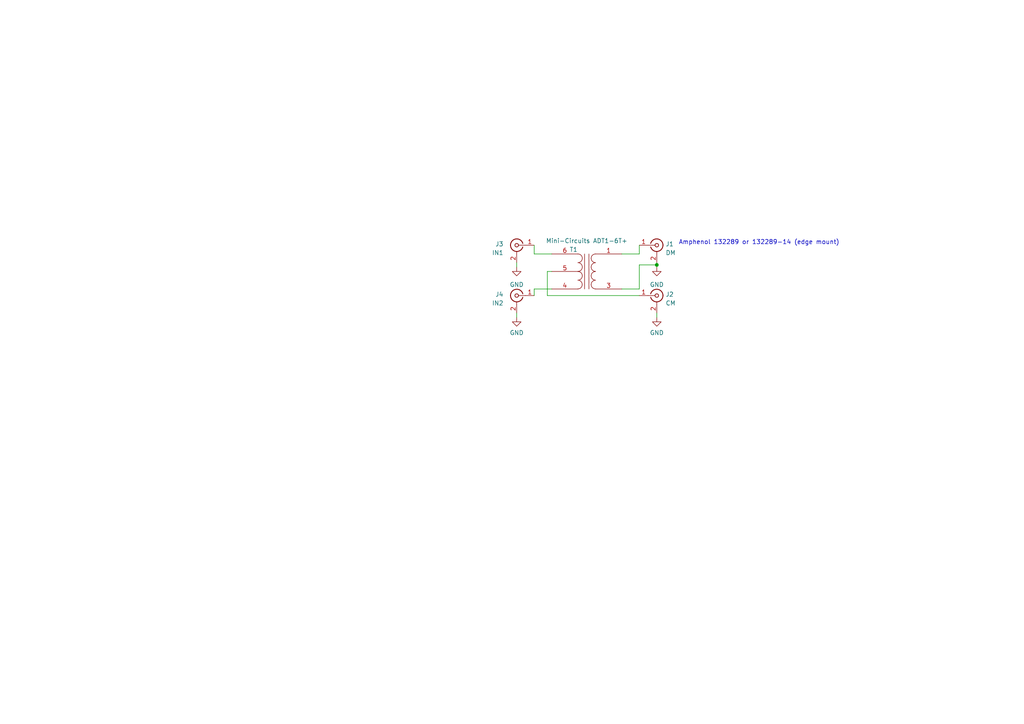
<source format=kicad_sch>
(kicad_sch (version 20230121) (generator eeschema)

  (uuid 1aa8b091-fd7a-4ad4-a996-ee11c4fc79d1)

  (paper "A4")

  (title_block
    (title "LISN-Mate")
    (date "2023-03-20")
  )

  (lib_symbols
    (symbol "Connector:Conn_Coaxial" (pin_names (offset 1.016) hide) (in_bom yes) (on_board yes)
      (property "Reference" "J" (at 0.254 3.048 0)
        (effects (font (size 1.27 1.27)))
      )
      (property "Value" "Conn_Coaxial" (at 2.921 0 90)
        (effects (font (size 1.27 1.27)))
      )
      (property "Footprint" "" (at 0 0 0)
        (effects (font (size 1.27 1.27)) hide)
      )
      (property "Datasheet" " ~" (at 0 0 0)
        (effects (font (size 1.27 1.27)) hide)
      )
      (property "ki_keywords" "BNC SMA SMB SMC LEMO coaxial connector CINCH RCA" (at 0 0 0)
        (effects (font (size 1.27 1.27)) hide)
      )
      (property "ki_description" "coaxial connector (BNC, SMA, SMB, SMC, Cinch/RCA, LEMO, ...)" (at 0 0 0)
        (effects (font (size 1.27 1.27)) hide)
      )
      (property "ki_fp_filters" "*BNC* *SMA* *SMB* *SMC* *Cinch* *LEMO*" (at 0 0 0)
        (effects (font (size 1.27 1.27)) hide)
      )
      (symbol "Conn_Coaxial_0_1"
        (arc (start -1.778 -0.508) (mid 0.2311 -1.8066) (end 1.778 0)
          (stroke (width 0.254) (type default))
          (fill (type none))
        )
        (polyline
          (pts
            (xy -2.54 0)
            (xy -0.508 0)
          )
          (stroke (width 0) (type default))
          (fill (type none))
        )
        (polyline
          (pts
            (xy 0 -2.54)
            (xy 0 -1.778)
          )
          (stroke (width 0) (type default))
          (fill (type none))
        )
        (circle (center 0 0) (radius 0.508)
          (stroke (width 0.2032) (type default))
          (fill (type none))
        )
        (arc (start 1.778 0) (mid 0.2099 1.8101) (end -1.778 0.508)
          (stroke (width 0.254) (type default))
          (fill (type none))
        )
      )
      (symbol "Conn_Coaxial_1_1"
        (pin passive line (at -5.08 0 0) (length 2.54)
          (name "In" (effects (font (size 1.27 1.27))))
          (number "1" (effects (font (size 1.27 1.27))))
        )
        (pin passive line (at 0 -5.08 90) (length 2.54)
          (name "Ext" (effects (font (size 1.27 1.27))))
          (number "2" (effects (font (size 1.27 1.27))))
        )
      )
    )
    (symbol "Device:Transformer_1P_SS" (pin_names (offset 1.016) hide) (in_bom yes) (on_board yes)
      (property "Reference" "T1" (at 3.81 6.35 0)
        (effects (font (size 1.27 1.27)))
      )
      (property "Value" "Transformer_1P_SS" (at 0 8.89 0)
        (effects (font (size 1.27 1.27)))
      )
      (property "Footprint" "" (at 0 0 0)
        (effects (font (size 1.27 1.27)) hide)
      )
      (property "Datasheet" "~" (at 0 0 0)
        (effects (font (size 1.27 1.27)) hide)
      )
      (property "ki_keywords" "transformer coil magnet" (at 0 0 0)
        (effects (font (size 1.27 1.27)) hide)
      )
      (property "ki_description" "Transformer, single primary, split secondary" (at 0 0 0)
        (effects (font (size 1.27 1.27)) hide)
      )
      (symbol "Transformer_1P_SS_0_1"
        (arc (start -2.54 -5.0546) (mid -1.6599 -4.6901) (end -1.27 -3.81)
          (stroke (width 0) (type default))
          (fill (type none))
        )
        (arc (start -2.54 -2.5146) (mid -1.6599 -2.1501) (end -1.27 -1.27)
          (stroke (width 0) (type default))
          (fill (type none))
        )
        (arc (start -2.54 0.0254) (mid -1.6599 0.3899) (end -1.27 1.27)
          (stroke (width 0) (type default))
          (fill (type none))
        )
        (arc (start -2.54 2.5654) (mid -1.6599 2.9299) (end -1.27 3.81)
          (stroke (width 0) (type default))
          (fill (type none))
        )
        (arc (start -1.27 -3.81) (mid -1.642 -2.912) (end -2.54 -2.54)
          (stroke (width 0) (type default))
          (fill (type none))
        )
        (arc (start -1.27 -1.27) (mid -1.642 -0.372) (end -2.54 0)
          (stroke (width 0) (type default))
          (fill (type none))
        )
        (arc (start -1.27 1.27) (mid -1.642 2.168) (end -2.54 2.54)
          (stroke (width 0) (type default))
          (fill (type none))
        )
        (arc (start -1.27 3.81) (mid -1.642 4.708) (end -2.54 5.08)
          (stroke (width 0) (type default))
          (fill (type none))
        )
        (polyline
          (pts
            (xy -0.635 5.08)
            (xy -0.635 -5.08)
          )
          (stroke (width 0) (type default))
          (fill (type none))
        )
        (polyline
          (pts
            (xy 0.635 -5.08)
            (xy 0.635 5.08)
          )
          (stroke (width 0) (type default))
          (fill (type none))
        )
        (arc (start 1.2954 -1.27) (mid 1.6599 -2.1501) (end 2.54 -2.5146)
          (stroke (width 0) (type default))
          (fill (type none))
        )
        (arc (start 1.2954 1.27) (mid 1.6599 0.3899) (end 2.54 0.0254)
          (stroke (width 0) (type default))
          (fill (type none))
        )
        (arc (start 1.2954 3.81) (mid 1.6599 2.9299) (end 2.54 2.5654)
          (stroke (width 0) (type default))
          (fill (type none))
        )
        (arc (start 1.3208 -3.81) (mid 1.6853 -4.6901) (end 2.5654 -5.0546)
          (stroke (width 0) (type default))
          (fill (type none))
        )
        (arc (start 2.54 0) (mid 1.642 -0.372) (end 1.2954 -1.27)
          (stroke (width 0) (type default))
          (fill (type none))
        )
        (arc (start 2.54 2.54) (mid 1.642 2.168) (end 1.2954 1.27)
          (stroke (width 0) (type default))
          (fill (type none))
        )
        (arc (start 2.54 5.08) (mid 1.642 4.708) (end 1.2954 3.81)
          (stroke (width 0) (type default))
          (fill (type none))
        )
        (arc (start 2.5654 -2.54) (mid 1.6674 -2.912) (end 1.3208 -3.81)
          (stroke (width 0) (type default))
          (fill (type none))
        )
      )
      (symbol "Transformer_1P_SS_1_1"
        (pin passive line (at -10.16 5.08 0) (length 7.62)
          (name "AA" (effects (font (size 1.27 1.27))))
          (number "1" (effects (font (size 1.27 1.27))))
        )
        (pin passive line (at -10.16 -5.08 0) (length 7.62)
          (name "AB" (effects (font (size 1.27 1.27))))
          (number "3" (effects (font (size 1.27 1.27))))
        )
        (pin passive line (at 10.16 -5.08 180) (length 7.62)
          (name "SA" (effects (font (size 1.27 1.27))))
          (number "4" (effects (font (size 1.27 1.27))))
        )
        (pin passive line (at 10.16 0 180) (length 7.62)
          (name "SC" (effects (font (size 1.27 1.27))))
          (number "5" (effects (font (size 1.27 1.27))))
        )
        (pin passive line (at 10.16 5.08 180) (length 7.62)
          (name "SB" (effects (font (size 1.27 1.27))))
          (number "6" (effects (font (size 1.27 1.27))))
        )
      )
    )
    (symbol "power:GND" (power) (pin_names (offset 0)) (in_bom yes) (on_board yes)
      (property "Reference" "#PWR" (at 0 -6.35 0)
        (effects (font (size 1.27 1.27)) hide)
      )
      (property "Value" "GND" (at 0 -3.81 0)
        (effects (font (size 1.27 1.27)))
      )
      (property "Footprint" "" (at 0 0 0)
        (effects (font (size 1.27 1.27)) hide)
      )
      (property "Datasheet" "" (at 0 0 0)
        (effects (font (size 1.27 1.27)) hide)
      )
      (property "ki_keywords" "global power" (at 0 0 0)
        (effects (font (size 1.27 1.27)) hide)
      )
      (property "ki_description" "Power symbol creates a global label with name \"GND\" , ground" (at 0 0 0)
        (effects (font (size 1.27 1.27)) hide)
      )
      (symbol "GND_0_1"
        (polyline
          (pts
            (xy 0 0)
            (xy 0 -1.27)
            (xy 1.27 -1.27)
            (xy 0 -2.54)
            (xy -1.27 -1.27)
            (xy 0 -1.27)
          )
          (stroke (width 0) (type default))
          (fill (type none))
        )
      )
      (symbol "GND_1_1"
        (pin power_in line (at 0 0 270) (length 0) hide
          (name "GND" (effects (font (size 1.27 1.27))))
          (number "1" (effects (font (size 1.27 1.27))))
        )
      )
    )
  )

  (junction (at 190.5 76.835) (diameter 0) (color 0 0 0 0)
    (uuid 22f33545-3b53-4747-8163-a3fe3e706db9)
  )

  (wire (pts (xy 160.02 78.74) (xy 158.75 78.74))
    (stroke (width 0) (type default))
    (uuid 0f7961fb-372c-4290-9098-6e4ef163fc9c)
  )
  (wire (pts (xy 154.94 83.82) (xy 154.94 85.725))
    (stroke (width 0) (type default))
    (uuid 1db70119-114d-4286-8021-0908e1e15780)
  )
  (wire (pts (xy 149.86 90.805) (xy 149.86 92.075))
    (stroke (width 0) (type default))
    (uuid 2785bf2d-efb7-4ba6-8e7f-adb6d647edfc)
  )
  (wire (pts (xy 190.5 76.835) (xy 185.42 76.835))
    (stroke (width 0) (type default))
    (uuid 38515813-2cf7-496e-8192-07f3db009841)
  )
  (wire (pts (xy 185.42 83.82) (xy 180.34 83.82))
    (stroke (width 0) (type default))
    (uuid 38c91d7e-91a1-4908-b22f-deda7d13ef4f)
  )
  (wire (pts (xy 190.5 76.835) (xy 190.5 77.47))
    (stroke (width 0) (type default))
    (uuid 45e69098-19e3-47c9-9426-9914ddd35abf)
  )
  (wire (pts (xy 190.5 76.2) (xy 190.5 76.835))
    (stroke (width 0) (type default))
    (uuid 62479059-6eee-4b47-baae-1ee9b485b003)
  )
  (wire (pts (xy 149.86 76.2) (xy 149.86 77.47))
    (stroke (width 0) (type default))
    (uuid 695a1da6-fbf7-42aa-be47-11397c564b4c)
  )
  (wire (pts (xy 158.75 85.725) (xy 185.42 85.725))
    (stroke (width 0) (type default))
    (uuid 6cbb707e-46d2-4b1c-ba50-264d977990ad)
  )
  (wire (pts (xy 185.42 73.66) (xy 180.34 73.66))
    (stroke (width 0) (type default))
    (uuid 8abb010e-8092-4cd2-8654-d562bcff12d5)
  )
  (wire (pts (xy 190.5 90.805) (xy 190.5 92.075))
    (stroke (width 0) (type default))
    (uuid 8dc78a63-b5ed-43d5-a185-b87fcaf3af4a)
  )
  (wire (pts (xy 158.75 78.74) (xy 158.75 85.725))
    (stroke (width 0) (type default))
    (uuid 93d67f9a-0177-4580-a66f-02e13164987e)
  )
  (wire (pts (xy 154.94 83.82) (xy 160.02 83.82))
    (stroke (width 0) (type default))
    (uuid a4880334-7273-4a67-8e56-9a0450b17d81)
  )
  (wire (pts (xy 154.94 73.66) (xy 160.02 73.66))
    (stroke (width 0) (type default))
    (uuid a91c6fa7-36bc-44a1-8d7d-787cbdba5520)
  )
  (wire (pts (xy 185.42 71.12) (xy 185.42 73.66))
    (stroke (width 0) (type default))
    (uuid a9fb95ce-43f9-4890-81c1-d44a34e79e46)
  )
  (wire (pts (xy 154.94 71.12) (xy 154.94 73.66))
    (stroke (width 0) (type default))
    (uuid b00da9f3-95c9-4214-98de-b34663d60251)
  )
  (wire (pts (xy 185.42 76.835) (xy 185.42 83.82))
    (stroke (width 0) (type default))
    (uuid d791f520-c38c-4575-a784-3dc89f867cd4)
  )

  (text "Amphenol 132289 or 132289-14 (edge mount)" (at 196.85 71.12 0)
    (effects (font (size 1.27 1.27)) (justify left bottom))
    (uuid 2fb5a771-7639-4f26-ac7e-a0893e85608d)
  )

  (symbol (lib_id "power:GND") (at 190.5 77.47 0) (unit 1)
    (in_bom yes) (on_board yes) (dnp no) (fields_autoplaced)
    (uuid 08ef5b2d-c4f4-4cf6-bed0-b024f49f54fa)
    (property "Reference" "#PWR03" (at 190.5 83.82 0)
      (effects (font (size 1.27 1.27)) hide)
    )
    (property "Value" "GND" (at 190.5 82.55 0)
      (effects (font (size 1.27 1.27)))
    )
    (property "Footprint" "" (at 190.5 77.47 0)
      (effects (font (size 1.27 1.27)) hide)
    )
    (property "Datasheet" "" (at 190.5 77.47 0)
      (effects (font (size 1.27 1.27)) hide)
    )
    (pin "1" (uuid 209e3cc8-9b2f-4a99-9c3c-feed9d2ad336))
    (instances
      (project "lisn-mate"
        (path "/1aa8b091-fd7a-4ad4-a996-ee11c4fc79d1"
          (reference "#PWR03") (unit 1)
        )
      )
    )
  )

  (symbol (lib_id "power:GND") (at 190.5 92.075 0) (unit 1)
    (in_bom yes) (on_board yes) (dnp no) (fields_autoplaced)
    (uuid 0cb32d22-dc80-4600-9b84-b35d4f5783e3)
    (property "Reference" "#PWR04" (at 190.5 98.425 0)
      (effects (font (size 1.27 1.27)) hide)
    )
    (property "Value" "GND" (at 190.5 96.52 0)
      (effects (font (size 1.27 1.27)))
    )
    (property "Footprint" "" (at 190.5 92.075 0)
      (effects (font (size 1.27 1.27)) hide)
    )
    (property "Datasheet" "" (at 190.5 92.075 0)
      (effects (font (size 1.27 1.27)) hide)
    )
    (pin "1" (uuid 198b606a-691d-4e3f-a1c3-547cd481ef94))
    (instances
      (project "lisn-mate"
        (path "/1aa8b091-fd7a-4ad4-a996-ee11c4fc79d1"
          (reference "#PWR04") (unit 1)
        )
      )
    )
  )

  (symbol (lib_id "Connector:Conn_Coaxial") (at 190.5 85.725 0) (unit 1)
    (in_bom yes) (on_board yes) (dnp no) (fields_autoplaced)
    (uuid 10baf6b2-57db-4caa-9adf-63e5a858f27c)
    (property "Reference" "J2" (at 193.04 85.3832 0)
      (effects (font (size 1.27 1.27)) (justify left))
    )
    (property "Value" "CM" (at 193.04 87.9232 0)
      (effects (font (size 1.27 1.27)) (justify left))
    )
    (property "Footprint" "Connector_Coaxial:SMA_Amphenol_132289_EdgeMount" (at 190.5 85.725 0)
      (effects (font (size 1.27 1.27)) hide)
    )
    (property "Datasheet" " ~" (at 190.5 85.725 0)
      (effects (font (size 1.27 1.27)) hide)
    )
    (pin "1" (uuid a9d1c309-fe7e-450e-ad5a-d7301d55477f))
    (pin "2" (uuid 95451ef9-2791-4d64-af68-d513182b604b))
    (instances
      (project "lisn-mate"
        (path "/1aa8b091-fd7a-4ad4-a996-ee11c4fc79d1"
          (reference "J2") (unit 1)
        )
      )
    )
  )

  (symbol (lib_id "Device:Transformer_1P_SS") (at 170.18 78.74 0) (mirror y) (unit 1)
    (in_bom yes) (on_board yes) (dnp no)
    (uuid 172b5ba8-5eec-4cfe-b4be-8bdacf795588)
    (property "Reference" "T1" (at 166.37 72.39 0)
      (effects (font (size 1.27 1.27)))
    )
    (property "Value" "Mini-Circuits ADT1-6T+" (at 170.18 69.85 0)
      (effects (font (size 1.27 1.27)))
    )
    (property "Footprint" "visualplace:SOP6" (at 170.18 78.74 0)
      (effects (font (size 1.27 1.27)) hide)
    )
    (property "Datasheet" "~" (at 170.18 78.74 0)
      (effects (font (size 1.27 1.27)) hide)
    )
    (pin "1" (uuid b9530f04-68f2-4069-8967-19c9bb950f15))
    (pin "3" (uuid 4d799da5-d785-4b28-a2f2-af30d2797852))
    (pin "4" (uuid 76f0a752-dc71-49d4-b1fc-4773271fc612))
    (pin "5" (uuid 737ba5bc-f5d1-4f49-8390-5d7b383d60b0))
    (pin "6" (uuid 47b50ccf-ea6e-4771-8550-c88621943399))
    (instances
      (project "lisn-mate"
        (path "/1aa8b091-fd7a-4ad4-a996-ee11c4fc79d1"
          (reference "T1") (unit 1)
        )
      )
    )
  )

  (symbol (lib_id "Connector:Conn_Coaxial") (at 149.86 71.12 0) (mirror y) (unit 1)
    (in_bom yes) (on_board yes) (dnp no)
    (uuid 4ee480b1-9f3e-4c9e-9756-7284d23b44c1)
    (property "Reference" "J3" (at 146.05 70.7782 0)
      (effects (font (size 1.27 1.27)) (justify left))
    )
    (property "Value" "IN1" (at 146.05 73.3182 0)
      (effects (font (size 1.27 1.27)) (justify left))
    )
    (property "Footprint" "Connector_Coaxial:SMA_Amphenol_132289_EdgeMount" (at 149.86 71.12 0)
      (effects (font (size 1.27 1.27)) hide)
    )
    (property "Datasheet" " ~" (at 149.86 71.12 0)
      (effects (font (size 1.27 1.27)) hide)
    )
    (pin "1" (uuid 7d45afd4-d5a9-4cc2-8608-f89792ad89b0))
    (pin "2" (uuid 3c06a58f-d330-48d1-ab0a-5c88a5d1ebb2))
    (instances
      (project "lisn-mate"
        (path "/1aa8b091-fd7a-4ad4-a996-ee11c4fc79d1"
          (reference "J3") (unit 1)
        )
      )
    )
  )

  (symbol (lib_id "power:GND") (at 149.86 92.075 0) (unit 1)
    (in_bom yes) (on_board yes) (dnp no) (fields_autoplaced)
    (uuid 7e85fcce-cdda-4b58-a244-f565d509c2ed)
    (property "Reference" "#PWR02" (at 149.86 98.425 0)
      (effects (font (size 1.27 1.27)) hide)
    )
    (property "Value" "GND" (at 149.86 96.52 0)
      (effects (font (size 1.27 1.27)))
    )
    (property "Footprint" "" (at 149.86 92.075 0)
      (effects (font (size 1.27 1.27)) hide)
    )
    (property "Datasheet" "" (at 149.86 92.075 0)
      (effects (font (size 1.27 1.27)) hide)
    )
    (pin "1" (uuid 418b5fd1-c76a-4c50-b151-1ea6e1e612dd))
    (instances
      (project "lisn-mate"
        (path "/1aa8b091-fd7a-4ad4-a996-ee11c4fc79d1"
          (reference "#PWR02") (unit 1)
        )
      )
    )
  )

  (symbol (lib_id "Connector:Conn_Coaxial") (at 149.86 85.725 0) (mirror y) (unit 1)
    (in_bom yes) (on_board yes) (dnp no)
    (uuid 8f88ae63-16ec-4498-8249-58ea2699209a)
    (property "Reference" "J4" (at 146.05 85.3832 0)
      (effects (font (size 1.27 1.27)) (justify left))
    )
    (property "Value" "IN2" (at 146.05 87.9232 0)
      (effects (font (size 1.27 1.27)) (justify left))
    )
    (property "Footprint" "Connector_Coaxial:SMA_Amphenol_132289_EdgeMount" (at 149.86 85.725 0)
      (effects (font (size 1.27 1.27)) hide)
    )
    (property "Datasheet" " ~" (at 149.86 85.725 0)
      (effects (font (size 1.27 1.27)) hide)
    )
    (pin "1" (uuid 5873cd88-2e62-42e8-ba63-e6b2003ecbcb))
    (pin "2" (uuid 7a382846-bf29-44bb-9d93-02a38b9535a6))
    (instances
      (project "lisn-mate"
        (path "/1aa8b091-fd7a-4ad4-a996-ee11c4fc79d1"
          (reference "J4") (unit 1)
        )
      )
    )
  )

  (symbol (lib_id "Connector:Conn_Coaxial") (at 190.5 71.12 0) (unit 1)
    (in_bom yes) (on_board yes) (dnp no) (fields_autoplaced)
    (uuid a9bf90e1-b8ed-4725-bc05-c2db87659a1f)
    (property "Reference" "J1" (at 193.04 70.7782 0)
      (effects (font (size 1.27 1.27)) (justify left))
    )
    (property "Value" "DM" (at 193.04 73.3182 0)
      (effects (font (size 1.27 1.27)) (justify left))
    )
    (property "Footprint" "Connector_Coaxial:SMA_Amphenol_132289_EdgeMount" (at 190.5 71.12 0)
      (effects (font (size 1.27 1.27)) hide)
    )
    (property "Datasheet" " ~" (at 190.5 71.12 0)
      (effects (font (size 1.27 1.27)) hide)
    )
    (pin "1" (uuid 93c51d04-71d6-430b-9c90-0b7f54b67cfe))
    (pin "2" (uuid eb67cbf2-1ff1-4e3a-91be-148cb07cf808))
    (instances
      (project "lisn-mate"
        (path "/1aa8b091-fd7a-4ad4-a996-ee11c4fc79d1"
          (reference "J1") (unit 1)
        )
      )
    )
  )

  (symbol (lib_id "power:GND") (at 149.86 77.47 0) (unit 1)
    (in_bom yes) (on_board yes) (dnp no) (fields_autoplaced)
    (uuid d0f31b36-4896-45a2-bfba-abb7a9137362)
    (property "Reference" "#PWR01" (at 149.86 83.82 0)
      (effects (font (size 1.27 1.27)) hide)
    )
    (property "Value" "GND" (at 149.86 82.55 0)
      (effects (font (size 1.27 1.27)))
    )
    (property "Footprint" "" (at 149.86 77.47 0)
      (effects (font (size 1.27 1.27)) hide)
    )
    (property "Datasheet" "" (at 149.86 77.47 0)
      (effects (font (size 1.27 1.27)) hide)
    )
    (pin "1" (uuid 00fa7595-11d2-4a15-8f90-a6cabc2dad95))
    (instances
      (project "lisn-mate"
        (path "/1aa8b091-fd7a-4ad4-a996-ee11c4fc79d1"
          (reference "#PWR01") (unit 1)
        )
      )
    )
  )

  (sheet_instances
    (path "/" (page "1"))
  )
)

</source>
